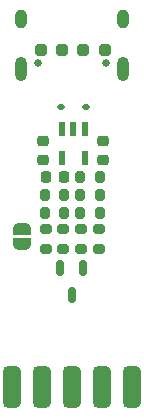
<source format=gbs>
G04 EasyEDA Pro v1.9.28, 2023-01-14 19:19:00*
G04 Gerber Generator version 0.3*%TF.GenerationSoftware,KiCad,Pcbnew,8.0.1*%
%TF.CreationDate,2024-08-06T23:31:19+08:00*%
%TF.ProjectId,ST-Link-V2.1,53542d4c-696e-46b2-9d56-322e312e6b69,rev?*%
%TF.SameCoordinates,Original*%
%TF.FileFunction,Soldermask,Bot*%
%TF.FilePolarity,Negative*%
%FSLAX46Y46*%
G04 Gerber Fmt 4.6, Leading zero omitted, Abs format (unit mm)*
G04 Created by KiCad (PCBNEW 8.0.1) date 2024-08-06 23:31:19*
%MOMM*%
%LPD*%
G01*
G04 APERTURE LIST*
G04 Aperture macros list*
%AMRoundRect*
0 Rectangle with rounded corners*
0 $1 Rounding radius*
0 $2 $3 $4 $5 $6 $7 $8 $9 X,Y pos of 4 corners*
0 Add a 4 corners polygon primitive as box body*
4,1,4,$2,$3,$4,$5,$6,$7,$8,$9,$2,$3,0*
0 Add four circle primitives for the rounded corners*
1,1,$1+$1,$2,$3*
1,1,$1+$1,$4,$5*
1,1,$1+$1,$6,$7*
1,1,$1+$1,$8,$9*
0 Add four rect primitives between the rounded corners*
20,1,$1+$1,$2,$3,$4,$5,0*
20,1,$1+$1,$4,$5,$6,$7,0*
20,1,$1+$1,$6,$7,$8,$9,0*
20,1,$1+$1,$8,$9,$2,$3,0*%
%AMFreePoly0*
4,1,19,0.500000,-0.750000,0.000000,-0.750000,0.000000,-0.744911,-0.071157,-0.744911,-0.207708,-0.704816,-0.327430,-0.627875,-0.420627,-0.520320,-0.479746,-0.390866,-0.500000,-0.250000,-0.500000,0.250000,-0.479746,0.390866,-0.420627,0.520320,-0.327430,0.627875,-0.207708,0.704816,-0.071157,0.744911,0.000000,0.744911,0.000000,0.750000,0.500000,0.750000,0.500000,-0.750000,0.500000,-0.750000,
$1*%
%AMFreePoly1*
4,1,19,0.000000,0.744911,0.071157,0.744911,0.207708,0.704816,0.327430,0.627875,0.420627,0.520320,0.479746,0.390866,0.500000,0.250000,0.500000,-0.250000,0.479746,-0.390866,0.420627,-0.520320,0.327430,-0.627875,0.207708,-0.704816,0.071157,-0.744911,0.000000,-0.744911,0.000000,-0.750000,-0.500000,-0.750000,-0.500000,0.750000,0.000000,0.750000,0.000000,0.744911,0.000000,0.744911,
$1*%
G04 Aperture macros list end*
%ADD10RoundRect,0.250000X0.250000X0.250000X-0.250000X0.250000X-0.250000X-0.250000X0.250000X-0.250000X0*%
%ADD11R,0.600000X1.200000*%
%ADD12RoundRect,0.375000X0.375000X1.375000X-0.375000X1.375000X-0.375000X-1.375000X0.375000X-1.375000X0*%
%ADD13RoundRect,0.150000X-0.150000X0.512500X-0.150000X-0.512500X0.150000X-0.512500X0.150000X0.512500X0*%
%ADD14RoundRect,0.200000X0.200000X0.275000X-0.200000X0.275000X-0.200000X-0.275000X0.200000X-0.275000X0*%
%ADD15RoundRect,0.200000X-0.200000X-0.275000X0.200000X-0.275000X0.200000X0.275000X-0.200000X0.275000X0*%
%ADD16RoundRect,0.200000X-0.275000X0.200000X-0.275000X-0.200000X0.275000X-0.200000X0.275000X0.200000X0*%
%ADD17RoundRect,0.200000X0.275000X-0.200000X0.275000X0.200000X-0.275000X0.200000X-0.275000X-0.200000X0*%
%ADD18FreePoly0,90.000000*%
%ADD19FreePoly1,90.000000*%
%ADD20C,0.650000*%
%ADD21O,1.000000X2.100000*%
%ADD22O,1.000000X1.600000*%
%ADD23RoundRect,0.112500X0.187500X0.112500X-0.187500X0.112500X-0.187500X-0.112500X0.187500X-0.112500X0*%
%ADD24RoundRect,0.225000X-0.225000X-0.250000X0.225000X-0.250000X0.225000X0.250000X-0.225000X0.250000X0*%
%ADD25RoundRect,0.225000X0.250000X-0.225000X0.250000X0.225000X-0.250000X0.225000X-0.250000X-0.225000X0*%
G04 APERTURE END LIST*
D10*
%TO.C,J4*%
X61800000Y-38400000D03*
X60000000Y-38400000D03*
X58200000Y-38400000D03*
X56400000Y-38400000D03*
%TD*%
D11*
%TO.C,IC1*%
X58215000Y-45100000D03*
X59165000Y-45100000D03*
X60115000Y-45100000D03*
X60115000Y-47600000D03*
X58215000Y-47600000D03*
%TD*%
D12*
%TO.C,J3*%
X64145000Y-67000000D03*
X61605000Y-67000000D03*
X59065000Y-67000000D03*
X56525000Y-67000000D03*
X53985000Y-67000000D03*
%TD*%
D13*
%TO.C,Q1*%
X58065000Y-56900000D03*
X59965000Y-56900000D03*
X59015000Y-59175000D03*
%TD*%
D14*
%TO.C,R16*%
X56752500Y-50700000D03*
X58402500Y-50700000D03*
%TD*%
%TO.C,R15*%
X59727500Y-50700000D03*
X61377500Y-50700000D03*
%TD*%
D15*
%TO.C,R14*%
X59727500Y-49200000D03*
X61377500Y-49200000D03*
%TD*%
D16*
%TO.C,R13*%
X58315000Y-53600000D03*
X58315000Y-55250000D03*
%TD*%
D17*
%TO.C,R12*%
X59815000Y-55250000D03*
X59815000Y-53600000D03*
%TD*%
%TO.C,R11*%
X61325000Y-55250000D03*
X61325000Y-53600000D03*
%TD*%
D16*
%TO.C,R10*%
X56815000Y-53600000D03*
X56815000Y-55250000D03*
%TD*%
D14*
%TO.C,R9*%
X56752500Y-52200000D03*
X58402500Y-52200000D03*
%TD*%
%TO.C,R8*%
X59727500Y-52200000D03*
X61377500Y-52200000D03*
%TD*%
D18*
%TO.C,JP1*%
X54815000Y-54900000D03*
D19*
X54815000Y-53600000D03*
%TD*%
D20*
%TO.C,J1*%
X61955000Y-39520000D03*
X56175000Y-39520000D03*
D21*
X63385000Y-40020000D03*
D22*
X63385000Y-35840000D03*
D21*
X54745000Y-40020000D03*
D22*
X54745000Y-35840000D03*
%TD*%
D23*
%TO.C,D1*%
X60215000Y-43300000D03*
X58115000Y-43300000D03*
%TD*%
D24*
%TO.C,C9*%
X58352500Y-49200000D03*
X56802500Y-49200000D03*
%TD*%
D25*
%TO.C,C8*%
X56615000Y-46175000D03*
X56615000Y-47725000D03*
%TD*%
%TO.C,C7*%
X61690000Y-46175000D03*
X61690000Y-47725000D03*
%TD*%
M02*

</source>
